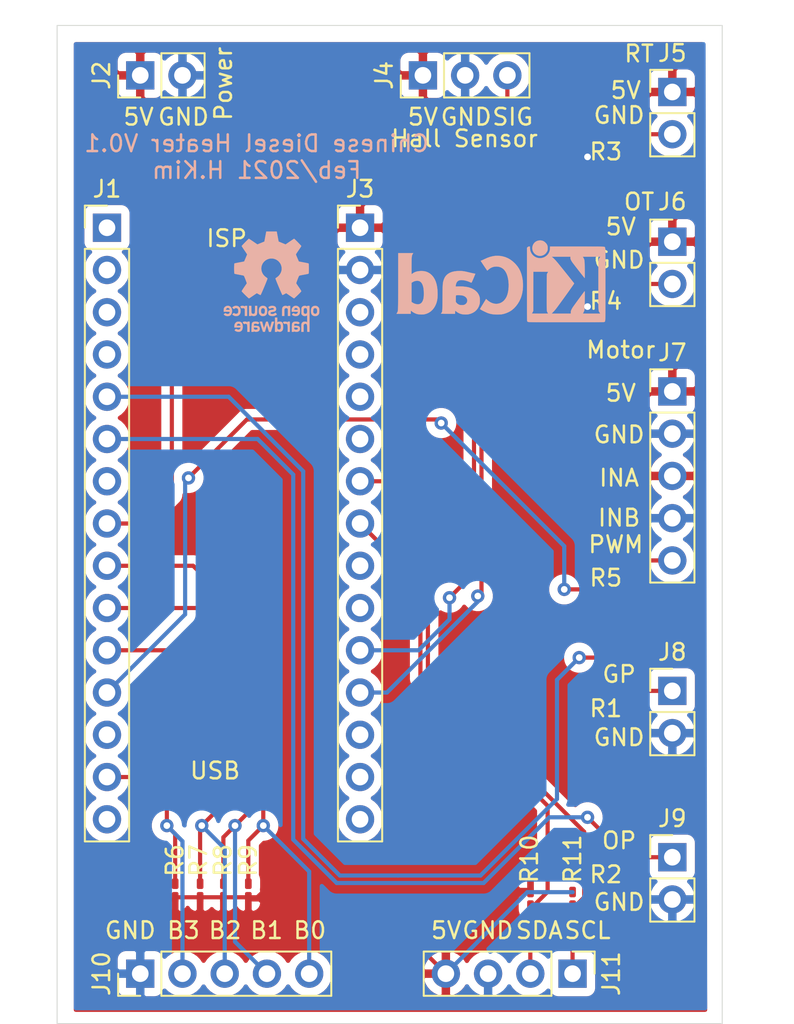
<source format=kicad_pcb>
(kicad_pcb (version 20171130) (host pcbnew 5.1.7-a382d34a8~88~ubuntu18.04.1)
  (layers (0 F.Cu signal) (31 B.Cu signal) (34 B.Paste user) (35 F.Paste user) (36 B.SilkS user) (37 F.SilkS user) (38 B.Mask user) (39 F.Mask user) (44 Edge.Cuts user))
  (net 0 "")
  (net 1 "Net-(J1-Pad1)")
  (net 2 "Net-(J1-Pad2)")
  (net 3 "Net-(J1-Pad3)")
  (net 4 "Net-(J1-Pad4)")
  (net 5 /GP_SIG)
  (net 6 /OP_SIG)
  (net 7 /HS_INPUT)
  (net 8 /M_PWM)
  (net 9 "Net-(J1-Pad15)")
  (net 10 GND)
  (net 11 "Net-(J3-Pad15)")
  (net 12 "Net-(J3-Pad14)")
  (net 13 "Net-(J3-Pad13)")
  (net 14 /OT)
  (net 15 /RT)
  (net 16 "Net-(J3-Pad10)")
  (net 17 "Net-(J3-Pad9)")
  (net 18 "Net-(J3-Pad6)")
  (net 19 "Net-(J3-Pad5)")
  (net 20 "Net-(J3-Pad4)")
  (net 21 "Net-(J3-Pad3)")
  (net 22 /5V)
  (net 23 /OUT_RSV1)
  (net 24 /BTN0)
  (net 25 /BTN1)
  (net 26 /BTN2)
  (net 27 /PWM_RSV)
  (net 28 /BTN3)
  (net 29 /SDA)
  (net 30 /SCL)
  (module Symbol:OSHW-Logo_5.7x6mm_SilkScreen (layer B.Cu) (at 72.9 55.4 180)
    (fp_text reference REF** hide)
    (fp_text value OSHW-Logo_5.7x6mm_SilkScreen hide)
  )
  (module Symbol:KiCad-Logo_5mm_SilkScreen (layer B.Cu) (at 86.7 55.9 180)
    (fp_text reference REF** hide)
    (fp_text value KiCad-Logo_5mm_SilkScreen hide)
  )
  (module Connector_PinHeader_2.54mm:PinHeader_1x15_P2.54mm_Vertical (layer F.Cu) (at 63 52.16)
    (fp_text reference J1 (at 0 -2.33) (layer F.SilkS))
    (fp_text value "Arduini MINI Left")
    (pad 1 thru_hole rect (at 0 0) (size 1.7 1.7) (drill 1) (layers *.Cu *.Mask) (net 1 "Net-(J1-Pad1)"))
    (pad 2 thru_hole oval (at 0 2.54) (size 1.7 1.7) (drill 1) (layers *.Cu *.Mask) (net 2 "Net-(J1-Pad2)"))
    (pad 3 thru_hole oval (at 0 5.08) (size 1.7 1.7) (drill 1) (layers *.Cu *.Mask) (net 3 "Net-(J1-Pad3)"))
    (pad 4 thru_hole oval (at 0 7.62) (size 1.7 1.7) (drill 1) (layers *.Cu *.Mask) (net 4 "Net-(J1-Pad4)"))
    (pad 5 thru_hole oval (at 0 10.16) (size 1.7 1.7) (drill 1) (layers *.Cu *.Mask) (net 5 /GP_SIG))
    (pad 6 thru_hole oval (at 0 12.7) (size 1.7 1.7) (drill 1) (layers *.Cu *.Mask) (net 6 /OP_SIG))
    (pad 7 thru_hole oval (at 0 15.24) (size 1.7 1.7) (drill 1) (layers *.Cu *.Mask) (net 23 /OUT_RSV1))
    (pad 8 thru_hole oval (at 0 17.78) (size 1.7 1.7) (drill 1) (layers *.Cu *.Mask) (net 7 /HS_INPUT))
    (pad 9 thru_hole oval (at 0 20.32) (size 1.7 1.7) (drill 1) (layers *.Cu *.Mask) (net 24 /BTN0))
    (pad 10 thru_hole oval (at 0 22.86) (size 1.7 1.7) (drill 1) (layers *.Cu *.Mask) (net 25 /BTN1))
    (pad 11 thru_hole oval (at 0 25.4) (size 1.7 1.7) (drill 1) (layers *.Cu *.Mask) (net 26 /BTN2))
    (pad 12 thru_hole oval (at 0 27.94) (size 1.7 1.7) (drill 1) (layers *.Cu *.Mask) (net 8 /M_PWM))
    (pad 13 thru_hole oval (at 0 30.48) (size 1.7 1.7) (drill 1) (layers *.Cu *.Mask) (net 27 /PWM_RSV))
    (pad 14 thru_hole oval (at 0 33.02) (size 1.7 1.7) (drill 1) (layers *.Cu *.Mask) (net 28 /BTN3))
    (pad 15 thru_hole oval (at 0 35.56) (size 1.7 1.7) (drill 1) (layers *.Cu *.Mask) (net 9 "Net-(J1-Pad15)"))
  )
  (module Connector_PinHeader_2.54mm:PinHeader_1x02_P2.54mm_Vertical (layer F.Cu) (at 65 43 90)
    (fp_text reference J2 (at 0 -2.33 90) (layer F.SilkS))
    (fp_text value Power)
    (pad 1 thru_hole rect (at 0 0 90) (size 1.7 1.7) (drill 1) (layers *.Cu *.Mask) (net 22 /5V))
    (pad 2 thru_hole oval (at 0 2.54 90) (size 1.7 1.7) (drill 1) (layers *.Cu *.Mask) (net 10 GND))
  )
  (module Connector_PinHeader_2.54mm:PinHeader_1x15_P2.54mm_Vertical (layer F.Cu) (at 78.22 52.16)
    (fp_text reference J3 (at 0 -2.33) (layer F.SilkS))
    (fp_text value "Arduini MINI Right")
    (pad 15 thru_hole oval (at 0 35.56) (size 1.7 1.7) (drill 1) (layers *.Cu *.Mask) (net 11 "Net-(J3-Pad15)"))
    (pad 14 thru_hole oval (at 0 33.02) (size 1.7 1.7) (drill 1) (layers *.Cu *.Mask) (net 12 "Net-(J3-Pad14)"))
    (pad 13 thru_hole oval (at 0 30.48) (size 1.7 1.7) (drill 1) (layers *.Cu *.Mask) (net 13 "Net-(J3-Pad13)"))
    (pad 12 thru_hole oval (at 0 27.94) (size 1.7 1.7) (drill 1) (layers *.Cu *.Mask) (net 14 /OT))
    (pad 11 thru_hole oval (at 0 25.4) (size 1.7 1.7) (drill 1) (layers *.Cu *.Mask) (net 15 /RT))
    (pad 10 thru_hole oval (at 0 22.86) (size 1.7 1.7) (drill 1) (layers *.Cu *.Mask) (net 16 "Net-(J3-Pad10)"))
    (pad 9 thru_hole oval (at 0 20.32) (size 1.7 1.7) (drill 1) (layers *.Cu *.Mask) (net 17 "Net-(J3-Pad9)"))
    (pad 8 thru_hole oval (at 0 17.78) (size 1.7 1.7) (drill 1) (layers *.Cu *.Mask) (net 29 /SDA))
    (pad 7 thru_hole oval (at 0 15.24) (size 1.7 1.7) (drill 1) (layers *.Cu *.Mask) (net 30 /SCL))
    (pad 6 thru_hole oval (at 0 12.7) (size 1.7 1.7) (drill 1) (layers *.Cu *.Mask) (net 18 "Net-(J3-Pad6)"))
    (pad 5 thru_hole oval (at 0 10.16) (size 1.7 1.7) (drill 1) (layers *.Cu *.Mask) (net 19 "Net-(J3-Pad5)"))
    (pad 4 thru_hole oval (at 0 7.62) (size 1.7 1.7) (drill 1) (layers *.Cu *.Mask) (net 20 "Net-(J3-Pad4)"))
    (pad 3 thru_hole oval (at 0 5.08) (size 1.7 1.7) (drill 1) (layers *.Cu *.Mask) (net 21 "Net-(J3-Pad3)"))
    (pad 2 thru_hole oval (at 0 2.54) (size 1.7 1.7) (drill 1) (layers *.Cu *.Mask) (net 10 GND))
    (pad 1 thru_hole rect (at 0 0) (size 1.7 1.7) (drill 1) (layers *.Cu *.Mask) (net 22 /5V))
  )
  (module Connector_PinHeader_2.54mm:PinHeader_1x03_P2.54mm_Vertical (layer F.Cu) (at 82 43 90)
    (fp_text reference J4 (at 0 -2.33 90) (layer F.SilkS))
    (fp_text value "Hall Sensor")
    (pad 1 thru_hole rect (at 0 0 90) (size 1.7 1.7) (drill 1) (layers *.Cu *.Mask) (net 22 /5V))
    (pad 2 thru_hole oval (at 0 2.54 90) (size 1.7 1.7) (drill 1) (layers *.Cu *.Mask) (net 10 GND))
    (pad 3 thru_hole oval (at 0 5.08 90) (size 1.7 1.7) (drill 1) (layers *.Cu *.Mask) (net 7 /HS_INPUT))
  )
  (module Connector_PinHeader_2.54mm:PinHeader_1x02_P2.54mm_Vertical (layer F.Cu) (at 97 44)
    (fp_text reference J5 (at 0 -2.33) (layer F.SilkS))
    (fp_text value "Room Temperature")
    (pad 2 thru_hole oval (at 0 2.54) (size 1.7 1.7) (drill 1) (layers *.Cu *.Mask) (net 15 /RT))
    (pad 1 thru_hole rect (at 0 0) (size 1.7 1.7) (drill 1) (layers *.Cu *.Mask) (net 22 /5V))
  )
  (module Connector_PinHeader_2.54mm:PinHeader_1x02_P2.54mm_Vertical (layer F.Cu) (at 97 53)
    (fp_text reference J6 (at 0 -2.4) (layer F.SilkS))
    (fp_text value "Outlet Temperature")
    (pad 1 thru_hole rect (at 0 0) (size 1.7 1.7) (drill 1) (layers *.Cu *.Mask) (net 22 /5V))
    (pad 2 thru_hole oval (at 0 2.54) (size 1.7 1.7) (drill 1) (layers *.Cu *.Mask) (net 14 /OT))
  )
  (module Connector_PinHeader_2.54mm:PinHeader_1x05_P2.54mm_Vertical (layer F.Cu) (at 97 62)
    (fp_text reference J7 (at 0 -2.33) (layer F.SilkS))
    (fp_text value Motor)
    (pad 1 thru_hole rect (at 0 0) (size 1.7 1.7) (drill 1) (layers *.Cu *.Mask) (net 22 /5V))
    (pad 2 thru_hole oval (at 0 2.54) (size 1.7 1.7) (drill 1) (layers *.Cu *.Mask) (net 10 GND))
    (pad 3 thru_hole oval (at 0 5.08) (size 1.7 1.7) (drill 1) (layers *.Cu *.Mask) (net 22 /5V))
    (pad 4 thru_hole oval (at 0 7.62) (size 1.7 1.7) (drill 1) (layers *.Cu *.Mask) (net 10 GND))
    (pad 5 thru_hole oval (at 0 10.16) (size 1.7 1.7) (drill 1) (layers *.Cu *.Mask) (net 8 /M_PWM))
  )
  (module Connector_PinHeader_2.54mm:PinHeader_1x02_P2.54mm_Vertical (layer F.Cu) (at 97 80)
    (fp_text reference J8 (at 0 -2.33) (layer F.SilkS))
    (fp_text value "Glow Plug")
    (pad 1 thru_hole rect (at 0 0) (size 1.7 1.7) (drill 1) (layers *.Cu *.Mask) (net 5 /GP_SIG))
    (pad 2 thru_hole oval (at 0 2.54) (size 1.7 1.7) (drill 1) (layers *.Cu *.Mask) (net 10 GND))
  )
  (module Connector_PinHeader_2.54mm:PinHeader_1x02_P2.54mm_Vertical (layer F.Cu) (at 97 90)
    (fp_text reference J9 (at 0 -2.33) (layer F.SilkS))
    (fp_text value "Oil Pump")
    (pad 2 thru_hole oval (at 0 2.54) (size 1.7 1.7) (drill 1) (layers *.Cu *.Mask) (net 10 GND))
    (pad 1 thru_hole rect (at 0 0) (size 1.7 1.7) (drill 1) (layers *.Cu *.Mask) (net 6 /OP_SIG))
  )
  (module Resistor_SMD:R_0201_0603Metric_Pad0.64x0.40mm_HandSolder (layer F.Cu) (at 93 80.01 180)
    (fp_text reference R1 (at 0 -1.05) (layer F.SilkS))
    (fp_text value 2K)
    (pad 2 smd roundrect (at 0.4075 0 180) (size 0.635 0.4) (layers F.Cu F.Mask) (net 10 GND))
    (pad 1 smd roundrect (at -0.4075 0 180) (size 0.635 0.4) (layers F.Cu F.Mask) (net 5 /GP_SIG))
  )
  (module Resistor_SMD:R_0201_0603Metric_Pad0.64x0.40mm_HandSolder (layer F.Cu) (at 93 89.99 180)
    (fp_text reference R2 (at 0 -1.05) (layer F.SilkS))
    (fp_text value 2K)
    (pad 1 smd roundrect (at -0.4075 0 180) (size 0.635 0.4) (layers F.Cu F.Mask) (net 6 /OP_SIG))
    (pad 2 smd roundrect (at 0.4075 0 180) (size 0.635 0.4) (layers F.Cu F.Mask) (net 10 GND))
  )
  (module Resistor_SMD:R_0201_0603Metric_Pad0.64x0.40mm_HandSolder (layer F.Cu) (at 93 46.54 180)
    (fp_text reference R3 (at 0 -1.05) (layer F.SilkS))
    (fp_text value 51K)
    (pad 2 smd roundrect (at 0.4075 0 180) (size 0.635 0.4) (layers F.Cu F.Mask) (net 10 GND))
    (pad 1 smd roundrect (at -0.4075 0 180) (size 0.635 0.4) (layers F.Cu F.Mask) (net 15 /RT))
  )
  (module Resistor_SMD:R_0201_0603Metric_Pad0.64x0.40mm_HandSolder (layer F.Cu) (at 93 55.52 180)
    (fp_text reference R4 (at 0 -1.05) (layer F.SilkS))
    (fp_text value 51K)
    (pad 1 smd roundrect (at -0.4075 0 180) (size 0.635 0.4) (layers F.Cu F.Mask) (net 14 /OT))
    (pad 2 smd roundrect (at 0.4075 0 180) (size 0.635 0.4) (layers F.Cu F.Mask) (net 10 GND))
  )
  (module Resistor_SMD:R_0201_0603Metric_Pad0.64x0.40mm_HandSolder (layer F.Cu) (at 93 72.16 180)
    (fp_text reference R5 (at 0 -1.05) (layer F.SilkS))
    (fp_text value 2K)
    (pad 1 smd roundrect (at -0.4075 0 180) (size 0.635 0.4) (layers F.Cu F.Mask) (net 8 /M_PWM))
    (pad 2 smd roundrect (at 0.4075 0 180) (size 0.635 0.4) (layers F.Cu F.Mask) (net 10 GND))
  )
  (module Connector_PinHeader_2.54mm:PinHeader_1x05_P2.54mm_Vertical (layer F.Cu) (at 65 97 90)
    (fp_text reference J10 (at 0 -2.33 90) (layer F.SilkS))
    (fp_text value Buttons)
    (pad 1 thru_hole rect (at 0 0 90) (size 1.7 1.7) (drill 1) (layers *.Cu *.Mask) (net 10 GND))
    (pad 2 thru_hole oval (at 0 2.54 90) (size 1.7 1.7) (drill 1) (layers *.Cu *.Mask) (net 28 /BTN3))
    (pad 3 thru_hole oval (at 0 5.08 90) (size 1.7 1.7) (drill 1) (layers *.Cu *.Mask) (net 26 /BTN2))
    (pad 4 thru_hole oval (at 0 7.62 90) (size 1.7 1.7) (drill 1) (layers *.Cu *.Mask) (net 25 /BTN1))
    (pad 5 thru_hole oval (at 0 10.16 90) (size 1.7 1.7) (drill 1) (layers *.Cu *.Mask) (net 24 /BTN0))
  )
  (module Connector_PinHeader_2.54mm:PinHeader_1x04_P2.54mm_Vertical (layer F.Cu) (at 91 97 270)
    (fp_text reference J11 (at 0 -2.33 90) (layer F.SilkS))
    (fp_text value I2C)
    (pad 1 thru_hole rect (at 0 0 270) (size 1.7 1.7) (drill 1) (layers *.Cu *.Mask) (net 30 /SCL))
    (pad 2 thru_hole oval (at 0 2.54 270) (size 1.7 1.7) (drill 1) (layers *.Cu *.Mask) (net 29 /SDA))
    (pad 3 thru_hole oval (at 0 5.08 270) (size 1.7 1.7) (drill 1) (layers *.Cu *.Mask) (net 10 GND))
    (pad 4 thru_hole oval (at 0 7.62 270) (size 1.7 1.7) (drill 1) (layers *.Cu *.Mask) (net 22 /5V))
  )
  (module Resistor_SMD:R_0201_0603Metric_Pad0.64x0.40mm_HandSolder (layer F.Cu) (at 67.1 92 270)
    (fp_text reference R6 (at -1.81 0.02 90) (layer F.SilkS))
    (fp_text value 2K)
    (pad 1 smd roundrect (at -0.4075 0 270) (size 0.635 0.4) (layers F.Cu F.Mask) (net 28 /BTN3))
    (pad 2 smd roundrect (at 0.4075 0 270) (size 0.635 0.4) (layers F.Cu F.Mask) (net 22 /5V))
  )
  (module Resistor_SMD:R_0201_0603Metric_Pad0.64x0.40mm_HandSolder (layer F.Cu) (at 68.6 92 270)
    (fp_text reference R7 (at -1.81 0.1 90) (layer F.SilkS))
    (fp_text value 2K)
    (pad 2 smd roundrect (at 0.4075 0 270) (size 0.635 0.4) (layers F.Cu F.Mask) (net 22 /5V))
    (pad 1 smd roundrect (at -0.4075 0 270) (size 0.635 0.4) (layers F.Cu F.Mask) (net 26 /BTN2))
  )
  (module Resistor_SMD:R_0201_0603Metric_Pad0.64x0.40mm_HandSolder (layer F.Cu) (at 70 92 270)
    (fp_text reference R8 (at -1.81 0.03 90) (layer F.SilkS))
    (fp_text value 2K)
    (pad 1 smd roundrect (at -0.4075 0 270) (size 0.635 0.4) (layers F.Cu F.Mask) (net 25 /BTN1))
    (pad 2 smd roundrect (at 0.4075 0 270) (size 0.635 0.4) (layers F.Cu F.Mask) (net 22 /5V))
  )
  (module Resistor_SMD:R_0201_0603Metric_Pad0.64x0.40mm_HandSolder (layer F.Cu) (at 71.5 92 270)
    (fp_text reference R9 (at -1.81 0.01 90) (layer F.SilkS))
    (fp_text value 2K)
    (pad 2 smd roundrect (at 0.4075 0 270) (size 0.635 0.4) (layers F.Cu F.Mask) (net 22 /5V))
    (pad 1 smd roundrect (at -0.4075 0 270) (size 0.635 0.4) (layers F.Cu F.Mask) (net 24 /BTN0))
  )
  (module Resistor_SMD:R_0201_0603Metric_Pad0.64x0.40mm_HandSolder (layer F.Cu) (at 88.47 92.5 270)
    (fp_text reference R10 (at -2.4 0.07 90) (layer F.SilkS))
    (fp_text value 1K)
    (pad 1 smd roundrect (at -0.4075 0 270) (size 0.635 0.4) (layers F.Cu F.Mask) (net 22 /5V))
    (pad 2 smd roundrect (at 0.4075 0 270) (size 0.635 0.4) (layers F.Cu F.Mask) (net 29 /SDA))
  )
  (module Resistor_SMD:R_0201_0603Metric_Pad0.64x0.40mm_HandSolder (layer F.Cu) (at 91 92.5 270)
    (fp_text reference R11 (at -2.4 0 90) (layer F.SilkS))
    (fp_text value 1K)
    (pad 2 smd roundrect (at 0.4075 0 270) (size 0.635 0.4) (layers F.Cu F.Mask) (net 30 /SCL))
    (pad 1 smd roundrect (at -0.4075 0 270) (size 0.635 0.4) (layers F.Cu F.Mask) (net 22 /5V))
  )
  (gr_text "Chinese Diesel Heater V0.1\nFeb/2021 H.Kim" (at 72 47.9) (layer B.SilkS) (effects (font (size 1 1)) (justify mirror)))
  (gr_text B0 (at 75.2 94.4) (layer F.SilkS) (effects (font (size 1 1))))
  (gr_text B1 (at 72.6 94.4) (layer F.SilkS) (effects (font (size 1 1))))
  (gr_text B2 (at 70.1 94.4) (layer F.SilkS) (effects (font (size 1 1))))
  (gr_text B3 (at 67.6 94.4) (layer F.SilkS) (effects (font (size 1 1))))
  (gr_text GND (at 64.4 94.4) (layer F.SilkS) (effects (font (size 1 1))))
  (gr_text SCL (at 91.9 94.4) (layer F.SilkS) (effects (font (size 1 1))))
  (gr_text SDA (at 89 94.4) (layer F.SilkS) (effects (font (size 1 1))))
  (gr_text GND (at 85.9 94.4) (layer F.SilkS) (effects (font (size 1 1))))
  (gr_text 5V (at 83.4 94.4) (layer F.SilkS) (effects (font (size 1 1))))
  (gr_text GND (at 93.8 92.7) (layer F.SilkS) (effects (font (size 1 1))))
  (gr_text OP (at 93.8 89) (layer F.SilkS) (effects (font (size 1 1))))
  (gr_text GP (at 93.8 79) (layer F.SilkS) (effects (font (size 1 1))))
  (gr_text GND (at 93.8 82.8) (layer F.SilkS) (effects (font (size 1 1))))
  (gr_text PWM (at 93.6 71.2) (layer F.SilkS) (effects (font (size 1 1))))
  (gr_text INB (at 93.8 69.6) (layer F.SilkS) (effects (font (size 1 1))))
  (gr_text INA (at 93.8 67.2) (layer F.SilkS) (effects (font (size 1 1))))
  (gr_text GND (at 93.8 64.6) (layer F.SilkS) (effects (font (size 1 1))))
  (gr_text 5V (at 93.9 62.1) (layer F.SilkS) (effects (font (size 1 1))))
  (gr_text Motor (at 93.9 59.5) (layer F.SilkS) (effects (font (size 1 1))))
  (gr_text GND (at 93.8 54.1) (layer F.SilkS) (effects (font (size 1 1))))
  (gr_text 5V (at 93.9 52.1) (layer F.SilkS) (effects (font (size 1 1))))
  (gr_text OT (at 95 50.6) (layer F.SilkS) (effects (font (size 1 1))))
  (gr_text GND (at 93.8 45.4) (layer F.SilkS) (effects (font (size 1 1))))
  (gr_text 5V (at 94.2 43.9) (layer F.SilkS) (effects (font (size 1 1))))
  (gr_text RT (at 95 41.7) (layer F.SilkS) (effects (font (size 1 1))))
  (gr_text SIG (at 87.4 45.5) (layer F.SilkS) (effects (font (size 1 1))))
  (gr_text GND (at 84.6 45.5) (layer F.SilkS) (effects (font (size 1 1))))
  (gr_text 5V (at 82 45.5) (layer F.SilkS) (effects (font (size 1 1))))
  (gr_text "Hall Sensor" (at 84.5 46.8) (layer F.SilkS) (effects (font (size 1 1))))
  (gr_text GND (at 67.6 45.5) (layer F.SilkS) (effects (font (size 1 1))))
  (gr_text 5V (at 64.9 45.5) (layer F.SilkS) (effects (font (size 1 1))))
  (gr_text Power (at 70 43.5 90) (layer F.SilkS) (effects (font (size 1 1))))
  (gr_text USB (at 69.5 84.8) (layer F.SilkS) (effects (font (size 1 1))))
  (gr_text ISP (at 70.2 52.8) (layer F.SilkS) (effects (font (size 1 1))))
  (gr_line (start 60 100) (end 60 40) (layer Edge.Cuts) (width 0.05))
  (gr_line (start 100 100) (end 60 100) (layer Edge.Cuts) (width 0.05))
  (gr_line (start 100 40) (end 100 100) (layer Edge.Cuts) (width 0.05))
  (gr_line (start 60 40) (end 100 40) (layer Edge.Cuts) (width 0.05))
  (segment (start 93.4175 80) (end 93.4075 80.01) (width 0.25) (layer F.Cu) (net 5))
  (segment (start 97 80) (end 93.4175 80) (width 0.25) (layer F.Cu) (net 5))
  (segment (start 63 62.32) (end 70.32 62.32) (width 0.25) (layer B.Cu) (net 5))
  (segment (start 70.32 62.32) (end 74.8 66.8) (width 0.25) (layer B.Cu) (net 5))
  (segment (start 74.8 66.8) (end 74.8 88.9) (width 0.25) (layer B.Cu) (net 5))
  (segment (start 74.8 88.9) (end 77 91.1) (width 0.25) (layer B.Cu) (net 5))
  (segment (start 77 91.1) (end 80.5 91.1) (width 0.25) (layer B.Cu) (net 5))
  (segment (start 85.46359 91.1) (end 90.06359 86.5) (width 0.25) (layer B.Cu) (net 5))
  (segment (start 80.5 91.1) (end 85.46359 91.1) (width 0.25) (layer B.Cu) (net 5))
  (segment (start 90.06359 86.5) (end 90.06359 79.33641) (width 0.25) (layer B.Cu) (net 5))
  (segment (start 90.06359 79.33641) (end 91.4 78) (width 0.25) (layer B.Cu) (net 5))
  (via (at 91.4 78) (size 0.8) (drill 0.4) (layers F.Cu B.Cu) (net 5))
  (segment (start 91.4 78) (end 92.7 78) (width 0.25) (layer F.Cu) (net 5))
  (segment (start 93.4075 78.7075) (end 93.4075 80.01) (width 0.25) (layer F.Cu) (net 5))
  (segment (start 92.7 78) (end 93.4075 78.7075) (width 0.25) (layer F.Cu) (net 5))
  (segment (start 93.4175 90) (end 93.4075 89.99) (width 0.25) (layer F.Cu) (net 6))
  (segment (start 97 90) (end 93.4175 90) (width 0.25) (layer F.Cu) (net 6))
  (segment (start 63 64.86) (end 72.06 64.86) (width 0.25) (layer B.Cu) (net 6))
  (segment (start 72.06 64.86) (end 74.2 67) (width 0.25) (layer B.Cu) (net 6))
  (segment (start 76.8136 91.55001) (end 85.64999 91.55001) (width 0.25) (layer B.Cu) (net 6))
  (segment (start 74.2 67) (end 74.2 88.93641) (width 0.25) (layer B.Cu) (net 6))
  (segment (start 74.2 88.93641) (end 76.8136 91.55001) (width 0.25) (layer B.Cu) (net 6))
  (segment (start 85.64999 91.55001) (end 89.6 87.6) (width 0.25) (layer B.Cu) (net 6))
  (segment (start 89.6 87.6) (end 91.9 87.6) (width 0.25) (layer B.Cu) (net 6))
  (via (at 91.9 87.6) (size 0.8) (drill 0.4) (layers F.Cu B.Cu) (net 6))
  (segment (start 93.4075 89.1075) (end 91.9 87.6) (width 0.25) (layer F.Cu) (net 6))
  (segment (start 93.4075 89.99) (end 93.4075 89.1075) (width 0.25) (layer F.Cu) (net 6))
  (segment (start 87.08 43) (end 87.08 45.32) (width 0.25) (layer F.Cu) (net 7))
  (segment (start 87.08 45.32) (end 84.6 47.8) (width 0.25) (layer F.Cu) (net 7))
  (segment (start 84.6 47.8) (end 72.2 47.8) (width 0.25) (layer F.Cu) (net 7))
  (segment (start 72.2 47.8) (end 66.9 53.1) (width 0.25) (layer F.Cu) (net 7))
  (segment (start 66.9 53.1) (end 66.9 68.2) (width 0.25) (layer F.Cu) (net 7))
  (segment (start 65.16 69.94) (end 63 69.94) (width 0.25) (layer F.Cu) (net 7))
  (segment (start 66.9 68.2) (end 65.16 69.94) (width 0.25) (layer F.Cu) (net 7))
  (segment (start 97 72.16) (end 93.4075 72.16) (width 0.25) (layer F.Cu) (net 8))
  (segment (start 63 80.1) (end 67.7 75.4) (width 0.25) (layer B.Cu) (net 8))
  (segment (start 67.7 75.4) (end 67.7 67.4) (width 0.25) (layer B.Cu) (net 8))
  (via (at 67.9 67.2) (size 0.8) (drill 0.4) (layers F.Cu B.Cu) (net 8))
  (segment (start 67.7 67.4) (end 67.9 67.2) (width 0.25) (layer B.Cu) (net 8))
  (segment (start 71.415001 63.684999) (end 82.884999 63.684999) (width 0.25) (layer F.Cu) (net 8))
  (segment (start 67.9 67.2) (end 71.415001 63.684999) (width 0.25) (layer F.Cu) (net 8))
  (via (at 83.1 63.9) (size 0.8) (drill 0.4) (layers F.Cu B.Cu) (net 8))
  (segment (start 82.884999 63.684999) (end 83.1 63.9) (width 0.25) (layer F.Cu) (net 8))
  (segment (start 83.1 63.9) (end 90.5 71.3) (width 0.25) (layer B.Cu) (net 8))
  (segment (start 90.5 71.3) (end 90.5 73.9) (width 0.25) (layer B.Cu) (net 8))
  (via (at 90.5 73.9) (size 0.8) (drill 0.4) (layers F.Cu B.Cu) (net 8))
  (segment (start 91.8675 73.9) (end 90.5 73.9) (width 0.25) (layer F.Cu) (net 8))
  (segment (start 93.4075 72.36) (end 91.8675 73.9) (width 0.25) (layer F.Cu) (net 8))
  (segment (start 93.4075 72.16) (end 93.4075 72.36) (width 0.25) (layer F.Cu) (net 8))
  (segment (start 92.5925 72.16) (end 92.5925 71.2075) (width 0.25) (layer F.Cu) (net 10))
  (segment (start 94.18 69.62) (end 97 69.62) (width 0.25) (layer F.Cu) (net 10))
  (segment (start 92.5925 71.2075) (end 94.18 69.62) (width 0.25) (layer F.Cu) (net 10))
  (segment (start 92.5925 80.01) (end 92.5925 81.4925) (width 0.25) (layer F.Cu) (net 10))
  (segment (start 93.64 82.54) (end 97 82.54) (width 0.25) (layer F.Cu) (net 10))
  (segment (start 92.5925 81.4925) (end 93.64 82.54) (width 0.25) (layer F.Cu) (net 10))
  (segment (start 92.5925 89.99) (end 92.5925 90.7925) (width 0.25) (layer F.Cu) (net 10))
  (segment (start 94.34 92.54) (end 97 92.54) (width 0.25) (layer F.Cu) (net 10))
  (segment (start 92.5925 90.7925) (end 94.34 92.54) (width 0.25) (layer F.Cu) (net 10))
  (segment (start 92.5925 46.54) (end 92.5925 47.2075) (width 0.25) (layer F.Cu) (net 10))
  (segment (start 92.5925 47.2075) (end 91.9 47.9) (width 0.25) (layer F.Cu) (net 10))
  (via (at 91.9 47.9) (size 0.8) (drill 0.4) (layers F.Cu B.Cu) (net 10))
  (segment (start 92.5925 55.52) (end 92.5925 56.2075) (width 0.25) (layer F.Cu) (net 10))
  (via (at 91.9 56.9) (size 0.8) (drill 0.4) (layers F.Cu B.Cu) (net 10))
  (segment (start 92.5925 56.2075) (end 91.9 56.9) (width 0.25) (layer F.Cu) (net 10))
  (segment (start 93.4275 55.54) (end 93.4075 55.52) (width 0.25) (layer F.Cu) (net 14))
  (segment (start 97 55.54) (end 93.4275 55.54) (width 0.25) (layer F.Cu) (net 14))
  (segment (start 93.4075 56.465502) (end 85.523012 64.34999) (width 0.25) (layer F.Cu) (net 14))
  (segment (start 93.4075 55.52) (end 93.4075 56.465502) (width 0.25) (layer F.Cu) (net 14))
  (segment (start 85.523012 64.34999) (end 85.523012 73.176988) (width 0.25) (layer F.Cu) (net 14))
  (segment (start 85.523012 73.176988) (end 85.523012 74.076988) (width 0.25) (layer F.Cu) (net 14))
  (via (at 85.3 74.3) (size 0.8) (drill 0.4) (layers F.Cu B.Cu) (net 14))
  (segment (start 85.523012 74.076988) (end 85.3 74.3) (width 0.25) (layer F.Cu) (net 14))
  (segment (start 85.3 74.63641) (end 85.3 74.3) (width 0.25) (layer B.Cu) (net 14))
  (segment (start 79.83641 80.1) (end 85.3 74.63641) (width 0.25) (layer B.Cu) (net 14))
  (segment (start 78.22 80.1) (end 79.83641 80.1) (width 0.25) (layer B.Cu) (net 14))
  (segment (start 97 46.54) (end 93.4075 46.54) (width 0.25) (layer F.Cu) (net 15))
  (segment (start 93.4075 47.465502) (end 85.073002 55.8) (width 0.25) (layer F.Cu) (net 15))
  (segment (start 93.4075 46.54) (end 93.4075 47.465502) (width 0.25) (layer F.Cu) (net 15))
  (segment (start 85.073002 55.8) (end 85.073002 68.626998) (width 0.25) (layer F.Cu) (net 15))
  (segment (start 85.073002 68.626998) (end 85.073002 72.826998) (width 0.25) (layer F.Cu) (net 15))
  (segment (start 85.073002 72.826998) (end 85.073002 72.926998) (width 0.25) (layer F.Cu) (net 15))
  (segment (start 85.073002 72.926998) (end 83.6 74.4) (width 0.25) (layer F.Cu) (net 15))
  (via (at 83.6 74.4) (size 0.8) (drill 0.4) (layers F.Cu B.Cu) (net 15))
  (segment (start 78.22 77.56) (end 81.74 77.56) (width 0.25) (layer B.Cu) (net 15))
  (segment (start 83.6 75.7) (end 83.6 74.4) (width 0.25) (layer B.Cu) (net 15))
  (segment (start 81.74 77.56) (end 83.6 75.7) (width 0.25) (layer B.Cu) (net 15))
  (segment (start 83.38 97) (end 88.28 92.1) (width 0.25) (layer B.Cu) (net 22))
  (segment (start 88.28 92.1) (end 88.4 92.1) (width 0.25) (layer B.Cu) (net 22))
  (segment (start 88.4 92.1) (end 91 92.1) (width 0.25) (layer B.Cu) (net 22))
  (segment (start 67.1 92.4075) (end 68.6 92.4075) (width 0.25) (layer F.Cu) (net 22))
  (segment (start 68.6 92.4075) (end 70 92.4075) (width 0.25) (layer F.Cu) (net 22))
  (segment (start 70 92.4075) (end 71.5 92.4075) (width 0.25) (layer F.Cu) (net 22))
  (segment (start 78.7875 92.4075) (end 83.38 97) (width 0.25) (layer F.Cu) (net 22))
  (segment (start 71.5 92.4075) (end 78.7875 92.4075) (width 0.25) (layer F.Cu) (net 22))
  (segment (start 63 72.48) (end 68.18 72.48) (width 0.25) (layer F.Cu) (net 24))
  (segment (start 68.18 72.48) (end 72.4 76.7) (width 0.25) (layer F.Cu) (net 24))
  (segment (start 72.4 76.7) (end 72.4 88.1) (width 0.25) (layer F.Cu) (net 24))
  (via (at 72.4 88.1) (size 0.8) (drill 0.4) (layers F.Cu B.Cu) (net 24))
  (segment (start 71.5 89) (end 72.4 88.1) (width 0.25) (layer F.Cu) (net 24))
  (segment (start 71.5 91.5925) (end 71.5 89) (width 0.25) (layer F.Cu) (net 24))
  (segment (start 75.16 90.86) (end 72.4 88.1) (width 0.25) (layer B.Cu) (net 24))
  (segment (start 75.16 97) (end 75.16 90.86) (width 0.25) (layer B.Cu) (net 24))
  (segment (start 63 75.02) (end 70.08359 75.02) (width 0.25) (layer F.Cu) (net 25))
  (segment (start 70.08359 75.02) (end 71.94999 76.8864) (width 0.25) (layer F.Cu) (net 25))
  (segment (start 71.94999 76.8864) (end 71.94999 86.25001) (width 0.25) (layer F.Cu) (net 25))
  (segment (start 71.94999 86.25001) (end 71.94999 86.75001) (width 0.25) (layer F.Cu) (net 25))
  (segment (start 71.94999 86.75001) (end 71.94999 86.85001) (width 0.25) (layer F.Cu) (net 25))
  (via (at 70.7 88.1) (size 0.8) (drill 0.4) (layers F.Cu B.Cu) (net 25))
  (segment (start 71.94999 86.85001) (end 70.7 88.1) (width 0.25) (layer F.Cu) (net 25))
  (segment (start 70 88.8) (end 70.7 88.1) (width 0.25) (layer F.Cu) (net 25))
  (segment (start 70 91.5925) (end 70 88.8) (width 0.25) (layer F.Cu) (net 25))
  (segment (start 70.7 95.08) (end 72.62 97) (width 0.25) (layer B.Cu) (net 25))
  (segment (start 70.7 88.1) (end 70.7 95.08) (width 0.25) (layer B.Cu) (net 25))
  (segment (start 63 77.56) (end 69.45998 77.56) (width 0.25) (layer F.Cu) (net 26))
  (segment (start 69.45998 77.56) (end 71.49998 79.6) (width 0.25) (layer F.Cu) (net 26))
  (segment (start 71.49998 79.6) (end 71.49998 85.30002) (width 0.25) (layer F.Cu) (net 26))
  (via (at 68.7 88.1) (size 0.8) (drill 0.4) (layers F.Cu B.Cu) (net 26))
  (segment (start 71.49998 85.30002) (end 68.7 88.1) (width 0.25) (layer F.Cu) (net 26))
  (segment (start 68.6 88.2) (end 68.7 88.1) (width 0.25) (layer F.Cu) (net 26))
  (segment (start 68.6 91.5925) (end 68.6 88.2) (width 0.25) (layer F.Cu) (net 26))
  (segment (start 70.08 89.48) (end 68.7 88.1) (width 0.25) (layer B.Cu) (net 26))
  (segment (start 70.08 97) (end 70.08 89.48) (width 0.25) (layer B.Cu) (net 26))
  (segment (start 63 85.18) (end 65.28 85.18) (width 0.25) (layer F.Cu) (net 28))
  (segment (start 65.28 85.18) (end 66.6 86.5) (width 0.25) (layer F.Cu) (net 28))
  (via (at 66.6 88.1) (size 0.8) (drill 0.4) (layers F.Cu B.Cu) (net 28))
  (segment (start 66.6 86.5) (end 66.6 88.1) (width 0.25) (layer F.Cu) (net 28))
  (segment (start 67.1 88.6) (end 66.6 88.1) (width 0.25) (layer F.Cu) (net 28))
  (segment (start 67.1 91.5925) (end 67.1 88.6) (width 0.25) (layer F.Cu) (net 28))
  (segment (start 67.54 89.04) (end 66.6 88.1) (width 0.25) (layer B.Cu) (net 28))
  (segment (start 67.54 97) (end 67.54 89.04) (width 0.25) (layer B.Cu) (net 28))
  (segment (start 88.46 92.9175) (end 88.47 92.9075) (width 0.25) (layer F.Cu) (net 29))
  (segment (start 88.46 97) (end 88.46 92.9175) (width 0.25) (layer F.Cu) (net 29))
  (segment (start 81.849991 73.569991) (end 81.849991 79.259403) (width 0.25) (layer F.Cu) (net 29))
  (segment (start 78.22 69.94) (end 81.849991 73.569991) (width 0.25) (layer F.Cu) (net 29))
  (segment (start 81.849991 79.259403) (end 89.5 86.909412) (width 0.25) (layer F.Cu) (net 29))
  (segment (start 88.67 92.9075) (end 88.47 92.9075) (width 0.25) (layer F.Cu) (net 29))
  (segment (start 89.5 92.0775) (end 88.67 92.9075) (width 0.25) (layer F.Cu) (net 29))
  (segment (start 89.5 86.909412) (end 89.5 92.0775) (width 0.25) (layer F.Cu) (net 29))
  (segment (start 91 97) (end 91 92.9075) (width 0.25) (layer F.Cu) (net 30))
  (segment (start 91.2 92.9075) (end 91.7 92.4075) (width 0.25) (layer F.Cu) (net 30))
  (segment (start 91 92.9075) (end 91.2 92.9075) (width 0.25) (layer F.Cu) (net 30))
  (segment (start 91.7 88.473002) (end 82.3 79.073002) (width 0.25) (layer F.Cu) (net 30))
  (segment (start 91.7 92.4075) (end 91.7 88.473002) (width 0.25) (layer F.Cu) (net 30))
  (segment (start 82.3 79.073002) (end 82.3 69.3) (width 0.25) (layer F.Cu) (net 30))
  (segment (start 80.4 67.4) (end 78.22 67.4) (width 0.25) (layer F.Cu) (net 30))
  (segment (start 82.3 69.3) (end 80.4 67.4) (width 0.25) (layer F.Cu) (net 30))
  (zone (net 10) (net_name GND) (layer B.Cu) (connect_pads (clearance 0.508)) (min_thickness 0.254) (fill yes (arc_segments 32) (thermal_gap 0.508) (thermal_bridge_width 0.508))
    (polygon (pts (xy 99.1 99.2) (xy 61 99.2) (xy 61 41) (xy 99 41)))
  )
  (zone (net 22) (net_name /5V) (layer F.Cu) (connect_pads (clearance 0.508)) (min_thickness 0.254) (fill yes (arc_segments 32) (thermal_gap 0.508) (thermal_bridge_width 0.508))
    (polygon (pts (xy 99.1 99.3) (xy 61 99.3) (xy 61 41) (xy 98.9 41)))
  )
)
</source>
